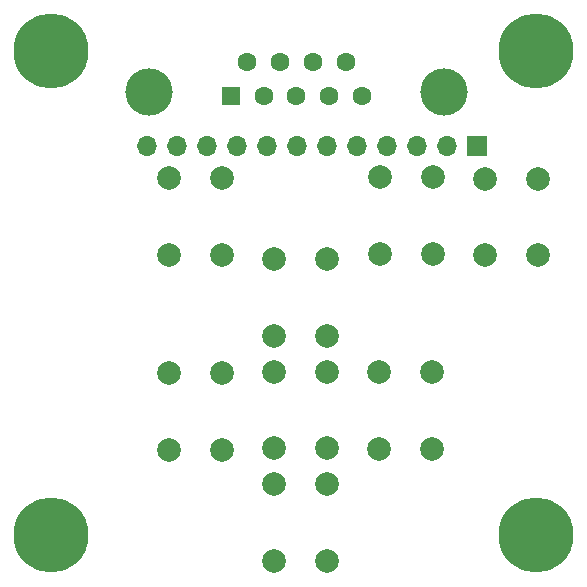
<source format=gts>
G04 #@! TF.GenerationSoftware,KiCad,Pcbnew,(6.0.1)*
G04 #@! TF.CreationDate,2022-08-01T16:31:20-04:00*
G04 #@! TF.ProjectId,JoyPad,4a6f7950-6164-42e6-9b69-6361645f7063,X1*
G04 #@! TF.SameCoordinates,Original*
G04 #@! TF.FileFunction,Soldermask,Top*
G04 #@! TF.FilePolarity,Negative*
%FSLAX46Y46*%
G04 Gerber Fmt 4.6, Leading zero omitted, Abs format (unit mm)*
G04 Created by KiCad (PCBNEW (6.0.1)) date 2022-08-01 16:31:20*
%MOMM*%
%LPD*%
G01*
G04 APERTURE LIST*
%ADD10C,4.000000*%
%ADD11R,1.600000X1.600000*%
%ADD12C,1.600000*%
%ADD13R,1.700000X1.700000*%
%ADD14O,1.700000X1.700000*%
%ADD15C,2.000000*%
%ADD16C,6.350000*%
G04 APERTURE END LIST*
D10*
X12242400Y-7472400D03*
X37242400Y-7472400D03*
D11*
X19202400Y-7772400D03*
D12*
X21972400Y-7772400D03*
X24742400Y-7772400D03*
X27512400Y-7772400D03*
X30282400Y-7772400D03*
X20587400Y-4932400D03*
X23357400Y-4932400D03*
X26127400Y-4932400D03*
X28897400Y-4932400D03*
D13*
X40000000Y-12000000D03*
D14*
X37460000Y-12000000D03*
X34920000Y-12000000D03*
X32380000Y-12000000D03*
X29840000Y-12000000D03*
X27300000Y-12000000D03*
X24760000Y-12000000D03*
X22220000Y-12000000D03*
X19680000Y-12000000D03*
X17140000Y-12000000D03*
X14600000Y-12000000D03*
X12060000Y-12000000D03*
D15*
X45212000Y-14796000D03*
X45212000Y-21296000D03*
X40712000Y-21296000D03*
X40712000Y-14796000D03*
X13955200Y-37744400D03*
X13955200Y-31244400D03*
X18455200Y-31244400D03*
X18455200Y-37744400D03*
X22809200Y-37642800D03*
X22809200Y-31142800D03*
X27309200Y-31142800D03*
X27309200Y-37642800D03*
X31750000Y-37693600D03*
X31750000Y-31193600D03*
X36250000Y-31193600D03*
X36250000Y-37693600D03*
X22845200Y-40692000D03*
X22845200Y-47192000D03*
X27345200Y-47192000D03*
X27345200Y-40692000D03*
X22845200Y-21591200D03*
X22845200Y-28091200D03*
X27345200Y-21591200D03*
X27345200Y-28091200D03*
X36322000Y-14668000D03*
X36322000Y-21168000D03*
X31822000Y-21168000D03*
X31822000Y-14668000D03*
X13970000Y-21272000D03*
X13970000Y-14772000D03*
X18470000Y-21272000D03*
X18470000Y-14772000D03*
D16*
X4000000Y-4000000D03*
X45000000Y-4000000D03*
X4000000Y-45000000D03*
X45000000Y-45000000D03*
M02*

</source>
